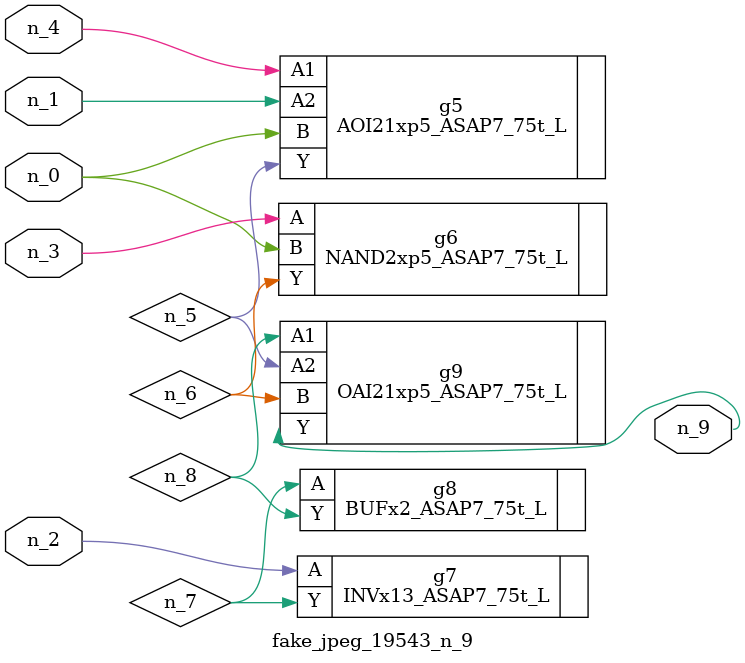
<source format=v>
module fake_jpeg_19543_n_9 (n_3, n_2, n_1, n_0, n_4, n_9);

input n_3;
input n_2;
input n_1;
input n_0;
input n_4;

output n_9;

wire n_8;
wire n_6;
wire n_5;
wire n_7;

AOI21xp5_ASAP7_75t_L g5 ( 
.A1(n_4),
.A2(n_1),
.B(n_0),
.Y(n_5)
);

NAND2xp5_ASAP7_75t_L g6 ( 
.A(n_3),
.B(n_0),
.Y(n_6)
);

INVx13_ASAP7_75t_L g7 ( 
.A(n_2),
.Y(n_7)
);

BUFx2_ASAP7_75t_L g8 ( 
.A(n_7),
.Y(n_8)
);

OAI21xp5_ASAP7_75t_L g9 ( 
.A1(n_8),
.A2(n_5),
.B(n_6),
.Y(n_9)
);


endmodule
</source>
